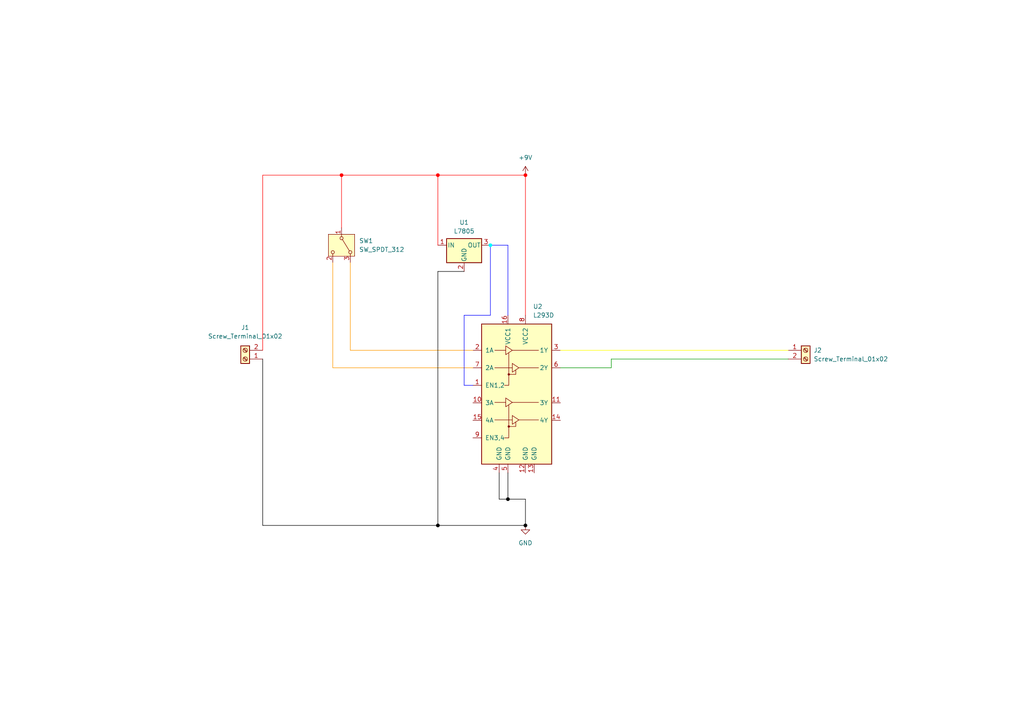
<source format=kicad_sch>
(kicad_sch (version 20231120) (generator "eeschema") (generator_version "8.0")
  (paper "A4")
  (lib_symbols
    (symbol "Connector:Screw_Terminal_01x02" (pin_names (offset 1.016) hide)
      (property "Reference" "J" (at 0 2.54 0))
      (property "Value" "Screw_Terminal_01x02" (at 0 -5.08 0))
      (symbol "Screw_Terminal_01x02_1_1"
        (rectangle (start -1.27 1.27) (end 1.27 -3.81) (stroke (width 0.254)) (fill (type background)))
        (circle (center 0 -2.54) (radius 0.635) (stroke (width 0.1524)))
        (polyline (pts (xy -0.5334 -2.2098) (xy 0.3302 -3.048)) (stroke (width 0.1524)))
        (polyline (pts (xy -0.5334 0.3302) (xy 0.3302 -0.508)) (stroke (width 0.1524)))
        (polyline (pts (xy -0.3556 -2.032) (xy 0.508 -2.8702)) (stroke (width 0.1524)))
        (polyline (pts (xy -0.3556 0.508) (xy 0.508 -0.3302)) (stroke (width 0.1524)))
        (circle (center 0 0) (radius 0.635) (stroke (width 0.1524)))
        (pin passive line (at -5.08 0 0) (length 3.81) (name "Pin_1") (number "1"))
        (pin passive line (at -5.08 -2.54 0) (length 3.81) (name "Pin_2") (number "2"))
      )
    )
    (symbol "Driver_Motor:L293D" (pin_names (offset 1.016))
      (property "Reference" "U" (at -5.08 26.035 0))
      (property "Value" "L293D" (at -5.08 24.13 0))
      (symbol "L293D_0_1"
        (rectangle (start -10.16 22.86) (end 10.16 -17.78) (stroke (width 0.254)) (fill (type background)))
        (circle (center -2.286 -6.858) (radius 0.254) (fill (type outline)))
        (circle (center -2.286 8.255) (radius 0.254) (fill (type outline)))
        (polyline (pts (xy -6.35 -4.953) (xy -1.27 -4.953)))
        (polyline (pts (xy -6.35 0.127) (xy -3.175 0.127)))
        (polyline (pts (xy -6.35 10.16) (xy -1.27 10.16)))
        (polyline (pts (xy -6.35 15.24) (xy -3.175 15.24)))
        (polyline (pts (xy -1.27 0.127) (xy 6.35 0.127)))
        (polyline (pts (xy -1.27 15.24) (xy 6.35 15.24)))
        (polyline (pts (xy 0.635 -4.953) (xy 6.35 -4.953)))
        (polyline (pts (xy 0.635 10.16) (xy 6.35 10.16)))
        (polyline (pts (xy -2.286 -6.858) (xy -0.254 -6.858) (xy -0.254 -5.588)))
        (polyline (pts (xy -2.286 -0.635) (xy -2.286 -10.16) (xy -3.556 -10.16)))
        (polyline (pts (xy -2.286 8.255) (xy -0.254 8.255) (xy -0.254 9.525)))
        (polyline (pts (xy -2.286 14.478) (xy -2.286 5.08) (xy -3.556 5.08)))
        (polyline (pts (xy -3.175 1.397) (xy -3.175 -1.143) (xy -1.27 0.127) (xy -3.175 1.397)))
        (polyline (pts (xy -3.175 16.51) (xy -3.175 13.97) (xy -1.27 15.24) (xy -3.175 16.51)))
        (polyline (pts (xy -1.27 -3.683) (xy -1.27 -6.223) (xy 0.635 -4.953) (xy -1.27 -3.683)))
        (polyline (pts (xy -1.27 11.43) (xy -1.27 8.89) (xy 0.635 10.16) (xy -1.27 11.43)))
      )
      (symbol "L293D_1_1"
        (pin input line (at -12.7 5.08 0) (length 2.54) (name "EN1,2") (number "1"))
        (pin input line (at -12.7 0 0) (length 2.54) (name "3A") (number "10"))
        (pin output line (at 12.7 0 180) (length 2.54) (name "3Y") (number "11"))
        (pin power_in line (at 2.54 -20.32 90) (length 2.54) (name "GND") (number "12"))
        (pin power_in line (at 5.08 -20.32 90) (length 2.54) (name "GND") (number "13"))
        (pin output line (at 12.7 -5.08 180) (length 2.54) (name "4Y") (number "14"))
        (pin input line (at -12.7 -5.08 0) (length 2.54) (name "4A") (number "15"))
        (pin power_in line (at -2.54 25.4 270) (length 2.54) (name "VCC1") (number "16"))
        (pin input line (at -12.7 15.24 0) (length 2.54) (name "1A") (number "2"))
        (pin output line (at 12.7 15.24 180) (length 2.54) (name "1Y") (number "3"))
        (pin power_in line (at -5.08 -20.32 90) (length 2.54) (name "GND") (number "4"))
        (pin power_in line (at -2.54 -20.32 90) (length 2.54) (name "GND") (number "5"))
        (pin output line (at 12.7 10.16 180) (length 2.54) (name "2Y") (number "6"))
        (pin input line (at -12.7 10.16 0) (length 2.54) (name "2A") (number "7"))
        (pin power_in line (at 2.54 25.4 270) (length 2.54) (name "VCC2") (number "8"))
        (pin input line (at -12.7 -10.16 0) (length 2.54) (name "EN3,4") (number "9"))
      )
    )
    (symbol "Regulator_Linear:L7805" (pin_names (offset 0.254))
      (property "Reference" "U" (at -3.81 3.175 0))
      (property "Value" "L7805" (at 0 3.175 0))
      (symbol "L7805_0_1"
        (rectangle (start -5.08 1.905) (end 5.08 -5.08) (stroke (width 0.254)) (fill (type background)))
      )
      (symbol "L7805_1_1"
        (pin power_in line (at -7.62 0 0) (length 2.54) (name "IN") (number "1"))
        (pin power_in line (at 0 -7.62 90) (length 2.54) (name "GND") (number "2"))
        (pin power_out line (at 7.62 0 180) (length 2.54) (name "OUT") (number "3"))
      )
    )
    (symbol "Switch:SW_SPDT_312" (pin_names (offset 1) hide)
      (property "Reference" "SW" (at 0 5.08 0))
      (property "Value" "SW_SPDT_312" (at 0 -5.08 0))
      (symbol "SW_SPDT_312_0_1"
        (circle (center -2.032 0) (radius 0.4572))
        (polyline (pts (xy -1.651 0.254) (xy 1.651 2.286)))
        (circle (center 2.032 -2.54) (radius 0.4572))
        (circle (center 2.032 2.54) (radius 0.4572))
      )
      (symbol "SW_SPDT_312_1_1"
        (rectangle (start -3.175 3.81) (end 3.175 -3.81) (fill (type background)))
        (pin passive line (at -5.08 0 0) (length 2.54) (name "B") (number "1"))
        (pin passive line (at 5.08 -2.54 180) (length 2.54) (name "C") (number "2"))
        (pin passive line (at 5.08 2.54 180) (length 2.54) (name "A") (number "3"))
      )
    )
    (symbol "power:+9V" (power) (pin_numbers hide) (pin_names (offset 0) hide)
      (property "Value" "+9V" (at 0 3.556 0))
      (symbol "+9V_0_1"
        (polyline (pts (xy -0.762 1.27) (xy 0 2.54)))
        (polyline (pts (xy 0 0) (xy 0 2.54)))
        (polyline (pts (xy 0 2.54) (xy 0.762 1.27)))
      )
      (symbol "+9V_1_1"
        (pin power_in line (at 0 0 90) (length 0) (name "~") (number "1"))
      )
    )
    (symbol "power:GND" (power) (pin_numbers hide) (pin_names (offset 0) hide)
      (property "Value" "GND" (at 0 -3.81 0))
      (symbol "GND_0_1"
        (polyline (pts (xy 0 0) (xy 0 -1.27) (xy 1.27 -1.27) (xy 0 -2.54) (xy -1.27 -1.27) (xy 0 -1.27)))
      )
      (symbol "GND_1_1"
        (pin power_in line (at 0 0 270) (length 0) (name "~") (number "1"))
      )
    )
  )
  (junction (at 127 152.4) (color 0 0 0 1))
  (junction (at 147.32 144.78) (color 0 0 0 1))
  (junction (at 152.4 152.4) (color 0 0 0 1))
  (junction (at 142.24 71.12) (color 0 255 255 1))
  (junction (at 152.4 50.8) (color 255 0 0 1))
  (junction (at 127 50.8) (color 255 0 0 1))
  (junction (at 99.06 50.8) (color 255 0 0 1))
  (wire (pts (xy 96.52 76.2) (xy 96.52 106.68)) (stroke (width 0) (color 255 153 0 1)))
  (wire (pts (xy 162.56 101.6) (xy 228.6 101.6)) (stroke (width 0) (color 255 255 0 1)))
  (wire (pts (xy 177.292 104.14) (xy 228.6 104.14)))
  (wire (pts (xy 127 50.8) (xy 127 71.12)) (stroke (width 0) (color 255 0 0 1)))
  (wire (pts (xy 177.292 106.68) (xy 177.292 104.14)))
  (wire (pts (xy 99.06 50.8) (xy 99.06 66.04)) (stroke (width 0) (color 255 0 0 1)))
  (wire (pts (xy 76.2 152.4) (xy 127 152.4)) (stroke (width 0) (color 0 0 0 1)))
  (wire (pts (xy 76.2 104.14) (xy 76.2 152.4)) (stroke (width 0) (color 0 0 0 1)))
  (wire (pts (xy 152.4 50.8) (xy 152.4 91.44)) (stroke (width 0) (color 255 0 0 1)))
  (wire (pts (xy 127 78.74) (xy 134.62 78.74)) (stroke (width 0) (color 0 0 0 1)))
  (wire (pts (xy 134.62 91.44) (xy 134.62 111.76)) (stroke (width 0) (color 0 0 255 1)))
  (wire (pts (xy 99.06 50.8) (xy 127 50.8)) (stroke (width 0) (color 255 0 0 1)))
  (wire (pts (xy 127 50.8) (xy 152.4 50.8)) (stroke (width 0) (color 255 0 0 1)))
  (wire (pts (xy 76.2 50.8) (xy 76.2 101.6)) (stroke (width 0) (color 255 0 0 1)))
  (wire (pts (xy 142.24 71.12) (xy 142.24 91.44)) (stroke (width 0) (color 0 0 255 1)))
  (wire (pts (xy 147.32 137.16) (xy 147.32 144.78)) (stroke (width 0) (color 0 0 0 1)))
  (wire (pts (xy 76.2 50.8) (xy 99.06 50.8)) (stroke (width 0) (color 255 0 0 1)))
  (wire (pts (xy 144.78 144.78) (xy 147.32 144.78)) (stroke (width 0) (color 0 0 0 1)))
  (wire (pts (xy 127 152.4) (xy 152.4 152.4)) (stroke (width 0) (color 0 0 0 1)))
  (wire (pts (xy 96.52 106.68) (xy 137.16 106.68)) (stroke (width 0) (color 255 153 0 1)))
  (wire (pts (xy 162.56 106.68) (xy 177.292 106.68)))
  (wire (pts (xy 134.62 91.44) (xy 142.24 91.44)) (stroke (width 0) (color 0 0 255 1)))
  (wire (pts (xy 134.62 111.76) (xy 137.16 111.76)) (stroke (width 0) (color 0 0 255 1)))
  (wire (pts (xy 144.78 137.16) (xy 144.78 144.78)) (stroke (width 0) (color 0 0 0 1)))
  (wire (pts (xy 127 78.74) (xy 127 152.4)) (stroke (width 0) (color 0 0 0 1)))
  (wire (pts (xy 101.6 76.2) (xy 101.6 101.6)) (stroke (width 0) (color 255 153 0 1)))
  (wire (pts (xy 101.6 101.6) (xy 137.16 101.6)) (stroke (width 0) (color 255 153 0 1)))
  (wire (pts (xy 147.32 144.78) (xy 152.4 144.78)) (stroke (width 0) (color 0 0 0 1)))
  (wire (pts (xy 147.32 71.12) (xy 147.32 91.44)) (stroke (width 0) (color 0 0 255 1)))
  (wire (pts (xy 152.4 144.78) (xy 152.4 152.4)) (stroke (width 0) (color 0 0 0 1)))
  (wire (pts (xy 142.24 71.12) (xy 147.32 71.12)) (stroke (width 0) (color 0 0 255 1)))
  (symbol (lib_id "power:GND") (at 152.4 152.4 0) (unit 1)
    (property "Reference" "#PWR02" (effects (hide yes)))
    (property "Value" "GND" (at 152.4 157.48 0))
    (property "Description" "Power symbol creates a global label with name \"GND\" , ground" (effects (hide yes)))
  )
  (symbol (lib_id "Connector:Screw_Terminal_01x02") (at 233.68 101.6 0) (unit 1)
    (property "Reference" "J2" (at 235.966 101.5999 0) (effects (justify left)))
    (property "Value" "Screw_Terminal_01x02" (at 235.966 104.1399 0) (effects (justify left)))
    (property "Footprint" "TerminalBlock_Phoenix:TerminalBlock_Phoenix_MKDS-1,5-2-5.08_1x02_P5.08mm_Horizontal" (effects (hide yes)))
    (property "Description" "Generic screw terminal, single row, 01x02, script generated (kicad-library-utils/schlib/autogen/connector/)" (effects (hide yes)))
  )
  (symbol (lib_id "Connector:Screw_Terminal_01x02") (at 71.12 104.14 180) (unit 1)
    (property "Reference" "J1" (at 71.12 94.996 0))
    (property "Value" "Screw_Terminal_01x02" (at 71.12 97.536 0))
    (property "Footprint" "TerminalBlock_Phoenix:TerminalBlock_Phoenix_MKDS-1,5-2-5.08_1x02_P5.08mm_Horizontal" (effects (hide yes)))
    (property "Description" "Generic screw terminal, single row, 01x02, script generated (kicad-library-utils/schlib/autogen/connector/)" (effects (hide yes)))
  )
  (symbol (lib_id "Driver_Motor:L293D") (at 149.86 116.84 0) (unit 1)
    (property "Reference" "U2" (at 154.5941 88.9 0) (effects (justify left)))
    (property "Value" "L293D" (at 154.5941 91.44 0) (effects (justify left)))
    (property "Footprint" "Package_DIP:DIP-16_W7.62mm" (effects (hide yes)))
    (property "Datasheet" "http://www.ti.com/lit/ds/symlink/l293.pdf" (effects (hide yes)))
    (property "Description" "Quadruple Half-H Drivers" (effects (hide yes)))
  )
  (symbol (lib_id "Regulator_Linear:L7805") (at 134.62 71.12 0) (unit 1)
    (property "Reference" "U1" (at 134.62 64.516 0))
    (property "Value" "L7805" (at 134.62 67.056 0))
    (property "Footprint" "Package_TO_SOT_SMD:TO-252-2" (effects (hide yes)))
    (property "Datasheet" "http://www.st.com/content/ccc/resource/technical/document/datasheet/41/4f/b3/b0/12/d4/47/88/CD00000444.pdf/files/CD00000444.pdf/jcr:content/translations/en.CD00000444.pdf" (effects (hide yes)))
    (property "Description" "Positive 1.5A 35V Linear Regulator, Fixed Output 5V, TO-220/TO-263/TO-252" (effects (hide yes)))
  )
  (symbol (lib_id "Switch:SW_SPDT_312") (at 99.06 71.12 270) (unit 1)
    (property "Reference" "SW1" (at 104.14 69.8499 90) (effects (justify left)))
    (property "Value" "SW_SPDT_312" (at 104.14 72.3899 90) (effects (justify left)))
    (property "Footprint" "Button_Switch_SMD:Nidec_Copal_CAS-120A" (effects (hide yes)))
    (property "Description" "Switch, single pole double throw" (effects (hide yes)))
  )
  (symbol (lib_id "power:+9V") (at 152.4 50.8 0) (unit 1)
    (property "Reference" "#PWR01" (effects (hide yes)))
    (property "Value" "+9V" (at 152.4 45.72 0))
    (property "Description" "Power symbol creates a global label with name \"+9V\"" (effects (hide yes)))
  )
)
</source>
